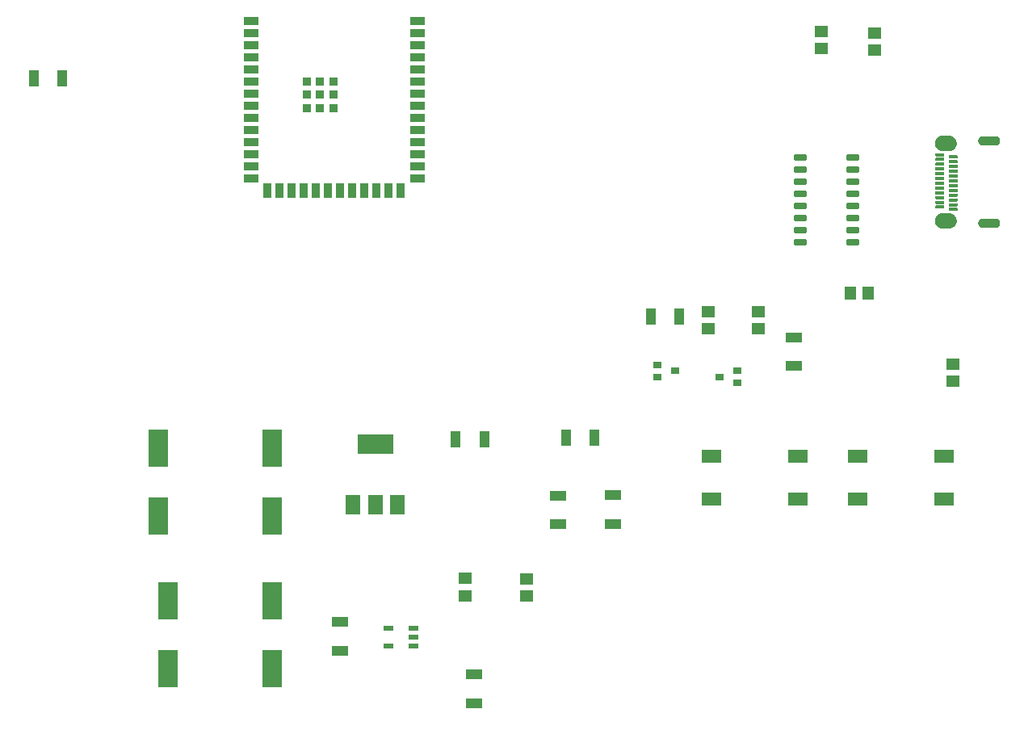
<source format=gbr>
G04*
G04 #@! TF.GenerationSoftware,Altium Limited,Altium Designer,23.1.1 (15)*
G04*
G04 Layer_Color=8421504*
%FSLAX44Y44*%
%MOMM*%
G71*
G04*
G04 #@! TF.SameCoordinates,1587853A-9B19-4160-AC70-F3A7ED46FF3E*
G04*
G04*
G04 #@! TF.FilePolarity,Positive*
G04*
G01*
G75*
%ADD17R,0.9500X0.3000*%
G04:AMPARAMS|DCode=18|XSize=1.31mm|YSize=0.62mm|CornerRadius=0.0775mm|HoleSize=0mm|Usage=FLASHONLY|Rotation=180.000|XOffset=0mm|YOffset=0mm|HoleType=Round|Shape=RoundedRectangle|*
%AMROUNDEDRECTD18*
21,1,1.3100,0.4650,0,0,180.0*
21,1,1.1550,0.6200,0,0,180.0*
1,1,0.1550,-0.5775,0.2325*
1,1,0.1550,0.5775,0.2325*
1,1,0.1550,0.5775,-0.2325*
1,1,0.1550,-0.5775,-0.2325*
%
%ADD18ROUNDEDRECTD18*%
G04:AMPARAMS|DCode=19|XSize=2.1mm|YSize=1.38mm|CornerRadius=0.1035mm|HoleSize=0mm|Usage=FLASHONLY|Rotation=180.000|XOffset=0mm|YOffset=0mm|HoleType=Round|Shape=RoundedRectangle|*
%AMROUNDEDRECTD19*
21,1,2.1000,1.1730,0,0,180.0*
21,1,1.8930,1.3800,0,0,180.0*
1,1,0.2070,-0.9465,0.5865*
1,1,0.2070,0.9465,0.5865*
1,1,0.2070,0.9465,-0.5865*
1,1,0.2070,-0.9465,-0.5865*
%
%ADD19ROUNDEDRECTD19*%
%ADD20R,1.4500X1.1500*%
%ADD21R,1.1500X1.4500*%
G04:AMPARAMS|DCode=22|XSize=1.09mm|YSize=1.77mm|CornerRadius=0.0763mm|HoleSize=0mm|Usage=FLASHONLY|Rotation=90.000|XOffset=0mm|YOffset=0mm|HoleType=Round|Shape=RoundedRectangle|*
%AMROUNDEDRECTD22*
21,1,1.0900,1.6174,0,0,90.0*
21,1,0.9374,1.7700,0,0,90.0*
1,1,0.1526,0.8087,0.4687*
1,1,0.1526,0.8087,-0.4687*
1,1,0.1526,-0.8087,-0.4687*
1,1,0.1526,-0.8087,0.4687*
%
%ADD22ROUNDEDRECTD22*%
G04:AMPARAMS|DCode=23|XSize=0.94mm|YSize=1.77mm|CornerRadius=0.0658mm|HoleSize=0mm|Usage=FLASHONLY|Rotation=90.000|XOffset=0mm|YOffset=0mm|HoleType=Round|Shape=RoundedRectangle|*
%AMROUNDEDRECTD23*
21,1,0.9400,1.6384,0,0,90.0*
21,1,0.8084,1.7700,0,0,90.0*
1,1,0.1316,0.8192,0.4042*
1,1,0.1316,0.8192,-0.4042*
1,1,0.1316,-0.8192,-0.4042*
1,1,0.1316,-0.8192,0.4042*
%
%ADD23ROUNDEDRECTD23*%
%ADD24R,0.9000X0.7000*%
G04:AMPARAMS|DCode=25|XSize=0.94mm|YSize=1.77mm|CornerRadius=0.0658mm|HoleSize=0mm|Usage=FLASHONLY|Rotation=180.000|XOffset=0mm|YOffset=0mm|HoleType=Round|Shape=RoundedRectangle|*
%AMROUNDEDRECTD25*
21,1,0.9400,1.6384,0,0,180.0*
21,1,0.8084,1.7700,0,0,180.0*
1,1,0.1316,-0.4042,0.8192*
1,1,0.1316,0.4042,0.8192*
1,1,0.1316,0.4042,-0.8192*
1,1,0.1316,-0.4042,-0.8192*
%
%ADD25ROUNDEDRECTD25*%
G04:AMPARAMS|DCode=26|XSize=1.09mm|YSize=1.77mm|CornerRadius=0.0763mm|HoleSize=0mm|Usage=FLASHONLY|Rotation=180.000|XOffset=0mm|YOffset=0mm|HoleType=Round|Shape=RoundedRectangle|*
%AMROUNDEDRECTD26*
21,1,1.0900,1.6174,0,0,180.0*
21,1,0.9374,1.7700,0,0,180.0*
1,1,0.1526,-0.4687,0.8087*
1,1,0.1526,0.4687,0.8087*
1,1,0.1526,0.4687,-0.8087*
1,1,0.1526,-0.4687,-0.8087*
%
%ADD26ROUNDEDRECTD26*%
%ADD27R,0.9000X0.9000*%
%ADD28R,1.5000X0.9000*%
%ADD29R,0.9000X1.5000*%
%ADD30R,2.0000X4.0000*%
%ADD31R,1.1000X0.6000*%
%ADD32R,3.8000X2.0000*%
%ADD33R,1.5000X2.0000*%
G36*
X1971918Y643534D02*
X1972167Y643515D01*
X1972414Y643484D01*
X1972660Y643441D01*
X1972903Y643385D01*
X1973143Y643317D01*
X1973379Y643238D01*
X1973611Y643147D01*
X1973839Y643045D01*
X1974060Y642931D01*
X1974276Y642806D01*
X1974486Y642671D01*
X1974688Y642525D01*
X1974883Y642370D01*
X1975070Y642205D01*
X1975248Y642031D01*
X1975418Y641848D01*
X1975578Y641657D01*
X1975729Y641459D01*
X1975869Y641253D01*
X1975999Y641040D01*
X1976118Y640821D01*
X1976227Y640596D01*
X1976323Y640367D01*
X1976409Y640132D01*
X1976482Y639894D01*
X1976544Y639652D01*
X1976593Y639408D01*
X1976630Y639161D01*
X1976655Y638913D01*
X1976667Y638665D01*
Y638415D01*
X1976655Y638166D01*
X1976630Y637918D01*
X1976593Y637672D01*
X1976544Y637427D01*
X1976482Y637186D01*
X1976409Y636947D01*
X1976323Y636713D01*
X1976227Y636483D01*
X1976118Y636259D01*
X1975999Y636040D01*
X1975869Y635827D01*
X1975729Y635621D01*
X1975578Y635422D01*
X1975418Y635231D01*
X1975248Y635048D01*
X1975070Y634874D01*
X1974883Y634709D01*
X1974688Y634554D01*
X1974486Y634408D01*
X1974276Y634273D01*
X1974060Y634149D01*
X1973839Y634035D01*
X1973611Y633932D01*
X1973379Y633841D01*
X1973143Y633762D01*
X1972903Y633694D01*
X1972660Y633639D01*
X1972414Y633596D01*
X1972167Y633565D01*
X1971918Y633546D01*
X1971669Y633540D01*
X1958669D01*
X1958420Y633546D01*
X1958171Y633565D01*
X1957924Y633596D01*
X1957678Y633639D01*
X1957435Y633694D01*
X1957195Y633762D01*
X1956959Y633841D01*
X1956727Y633932D01*
X1956500Y634035D01*
X1956278Y634149D01*
X1956062Y634273D01*
X1955853Y634408D01*
X1955650Y634554D01*
X1955455Y634709D01*
X1955268Y634874D01*
X1955090Y635048D01*
X1954920Y635231D01*
X1954760Y635422D01*
X1954609Y635621D01*
X1954469Y635827D01*
X1954339Y636040D01*
X1954220Y636259D01*
X1954112Y636483D01*
X1954015Y636713D01*
X1953929Y636947D01*
X1953856Y637186D01*
X1953795Y637427D01*
X1953745Y637672D01*
X1953708Y637918D01*
X1953683Y638166D01*
X1953671Y638415D01*
Y638665D01*
X1953683Y638913D01*
X1953708Y639161D01*
X1953745Y639408D01*
X1953795Y639652D01*
X1953856Y639894D01*
X1953929Y640132D01*
X1954015Y640367D01*
X1954112Y640596D01*
X1954220Y640821D01*
X1954339Y641040D01*
X1954469Y641253D01*
X1954609Y641459D01*
X1954760Y641657D01*
X1954920Y641848D01*
X1955090Y642031D01*
X1955268Y642205D01*
X1955455Y642370D01*
X1955650Y642525D01*
X1955853Y642671D01*
X1956062Y642806D01*
X1956278Y642931D01*
X1956500Y643045D01*
X1956727Y643147D01*
X1956959Y643238D01*
X1957195Y643317D01*
X1957435Y643385D01*
X1957678Y643441D01*
X1957924Y643484D01*
X1958171Y643515D01*
X1958420Y643534D01*
X1958669Y643540D01*
X1971669D01*
X1971918Y643534D01*
D02*
G37*
G36*
X1923567Y643932D02*
X1923965Y643902D01*
X1924361Y643852D01*
X1924754Y643783D01*
X1925143Y643694D01*
X1925527Y643586D01*
X1925905Y643459D01*
X1926276Y643313D01*
X1926640Y643149D01*
X1926994Y642967D01*
X1927340Y642768D01*
X1927675Y642551D01*
X1927999Y642318D01*
X1928311Y642070D01*
X1928610Y641806D01*
X1928896Y641527D01*
X1929167Y641235D01*
X1929423Y640929D01*
X1929664Y640612D01*
X1929889Y640282D01*
X1930097Y639942D01*
X1930287Y639591D01*
X1930461Y639232D01*
X1930616Y638864D01*
X1930752Y638489D01*
X1930869Y638108D01*
X1930968Y637722D01*
X1931047Y637331D01*
X1931107Y636936D01*
X1931146Y636539D01*
X1931166Y636141D01*
Y635742D01*
X1931146Y635344D01*
X1931107Y634947D01*
X1931047Y634552D01*
X1930968Y634161D01*
X1930869Y633775D01*
X1930752Y633394D01*
X1930616Y633019D01*
X1930461Y632651D01*
X1930287Y632292D01*
X1930097Y631942D01*
X1929889Y631601D01*
X1929664Y631272D01*
X1929423Y630954D01*
X1929167Y630648D01*
X1928896Y630356D01*
X1928610Y630077D01*
X1928311Y629813D01*
X1927999Y629565D01*
X1927675Y629332D01*
X1927340Y629115D01*
X1926994Y628916D01*
X1926640Y628734D01*
X1926276Y628570D01*
X1925905Y628424D01*
X1925527Y628297D01*
X1925143Y628189D01*
X1924754Y628100D01*
X1924361Y628031D01*
X1923965Y627981D01*
X1923567Y627952D01*
X1923168Y627942D01*
X1916169D01*
X1915770Y627952D01*
X1915372Y627981D01*
X1914976Y628031D01*
X1914583Y628100D01*
X1914194Y628189D01*
X1913810Y628297D01*
X1913432Y628424D01*
X1913061Y628570D01*
X1912697Y628734D01*
X1912343Y628916D01*
X1911997Y629115D01*
X1911662Y629332D01*
X1911338Y629565D01*
X1911026Y629813D01*
X1910727Y630077D01*
X1910442Y630356D01*
X1910170Y630648D01*
X1909914Y630954D01*
X1909673Y631272D01*
X1909449Y631601D01*
X1909240Y631942D01*
X1909050Y632292D01*
X1908876Y632651D01*
X1908721Y633019D01*
X1908585Y633394D01*
X1908468Y633775D01*
X1908369Y634161D01*
X1908290Y634552D01*
X1908230Y634947D01*
X1908191Y635344D01*
X1908171Y635742D01*
Y636141D01*
X1908191Y636539D01*
X1908230Y636936D01*
X1908290Y637331D01*
X1908369Y637722D01*
X1908468Y638108D01*
X1908585Y638489D01*
X1908721Y638864D01*
X1908876Y639232D01*
X1909050Y639591D01*
X1909240Y639942D01*
X1909449Y640282D01*
X1909673Y640612D01*
X1909914Y640929D01*
X1910170Y641235D01*
X1910442Y641527D01*
X1910727Y641806D01*
X1911026Y642070D01*
X1911338Y642318D01*
X1911662Y642551D01*
X1911997Y642768D01*
X1912343Y642967D01*
X1912697Y643149D01*
X1913061Y643313D01*
X1913432Y643459D01*
X1913810Y643586D01*
X1914194Y643694D01*
X1914583Y643783D01*
X1914976Y643852D01*
X1915372Y643902D01*
X1915770Y643932D01*
X1916169Y643942D01*
X1923168D01*
X1923567Y643932D01*
D02*
G37*
G36*
X1918161Y622590D02*
X1908661D01*
Y625590D01*
X1918161D01*
Y622590D01*
D02*
G37*
G36*
X1932158Y620091D02*
X1922659D01*
Y623091D01*
X1932158D01*
Y620091D01*
D02*
G37*
G36*
X1918161Y617589D02*
X1908661D01*
Y620589D01*
X1918161D01*
Y617589D01*
D02*
G37*
G36*
X1932158Y615090D02*
X1922659D01*
Y618090D01*
X1932158D01*
Y615090D01*
D02*
G37*
G36*
X1918161Y612590D02*
X1908661D01*
Y615590D01*
X1918161D01*
Y612590D01*
D02*
G37*
G36*
X1932158Y610091D02*
X1922659D01*
Y613091D01*
X1932158D01*
Y610091D01*
D02*
G37*
G36*
X1918161Y607589D02*
X1908661D01*
Y610589D01*
X1918161D01*
Y607589D01*
D02*
G37*
G36*
X1932158Y605090D02*
X1922659D01*
Y608090D01*
X1932158D01*
Y605090D01*
D02*
G37*
G36*
X1918161Y602590D02*
X1908661D01*
Y605590D01*
X1918161D01*
Y602590D01*
D02*
G37*
G36*
X1932158Y600091D02*
X1922659D01*
Y603091D01*
X1932158D01*
Y600091D01*
D02*
G37*
G36*
X1918161Y597589D02*
X1908661D01*
Y600589D01*
X1918161D01*
Y597589D01*
D02*
G37*
G36*
X1932158Y595090D02*
X1922659D01*
Y598090D01*
X1932158D01*
Y595090D01*
D02*
G37*
G36*
X1918161Y592590D02*
X1908661D01*
Y595590D01*
X1918161D01*
Y592590D01*
D02*
G37*
G36*
X1932158Y590089D02*
X1922659D01*
Y593088D01*
X1932158D01*
Y590089D01*
D02*
G37*
G36*
X1918161Y587589D02*
X1908661D01*
Y590589D01*
X1918161D01*
Y587589D01*
D02*
G37*
G36*
X1932158Y585090D02*
X1922659D01*
Y588090D01*
X1932158D01*
Y585090D01*
D02*
G37*
G36*
X1918161Y582590D02*
X1908661D01*
Y585590D01*
X1918161D01*
Y582590D01*
D02*
G37*
G36*
X1932158Y580091D02*
X1922659D01*
Y583091D01*
X1932158D01*
Y580091D01*
D02*
G37*
G36*
X1918161Y577592D02*
X1908661D01*
Y580592D01*
X1918161D01*
Y577592D01*
D02*
G37*
G36*
X1932158Y575090D02*
X1922659D01*
Y578090D01*
X1932158D01*
Y575090D01*
D02*
G37*
G36*
X1918161Y572590D02*
X1908661D01*
Y575590D01*
X1918161D01*
Y572590D01*
D02*
G37*
G36*
X1932158Y570091D02*
X1922659D01*
Y573091D01*
X1932158D01*
Y570091D01*
D02*
G37*
G36*
X1918161Y567591D02*
X1908661D01*
Y570592D01*
X1918161D01*
Y567591D01*
D02*
G37*
G36*
X1932158Y565090D02*
X1922659D01*
Y568090D01*
X1932158D01*
Y565090D01*
D02*
G37*
G36*
X1971918Y557134D02*
X1972167Y557115D01*
X1972414Y557084D01*
X1972660Y557041D01*
X1972903Y556985D01*
X1973143Y556918D01*
X1973379Y556839D01*
X1973611Y556747D01*
X1973839Y556645D01*
X1974060Y556531D01*
X1974276Y556407D01*
X1974486Y556271D01*
X1974688Y556126D01*
X1974883Y555970D01*
X1975070Y555805D01*
X1975248Y555631D01*
X1975418Y555448D01*
X1975578Y555257D01*
X1975729Y555059D01*
X1975869Y554853D01*
X1975999Y554640D01*
X1976118Y554421D01*
X1976227Y554197D01*
X1976323Y553967D01*
X1976409Y553732D01*
X1976482Y553494D01*
X1976544Y553253D01*
X1976593Y553008D01*
X1976630Y552762D01*
X1976655Y552514D01*
X1976667Y552265D01*
Y552015D01*
X1976655Y551767D01*
X1976630Y551518D01*
X1976593Y551272D01*
X1976544Y551028D01*
X1976482Y550786D01*
X1976409Y550548D01*
X1976323Y550313D01*
X1976227Y550084D01*
X1976118Y549859D01*
X1975999Y549640D01*
X1975869Y549427D01*
X1975729Y549221D01*
X1975578Y549023D01*
X1975418Y548832D01*
X1975248Y548649D01*
X1975070Y548475D01*
X1974883Y548310D01*
X1974688Y548154D01*
X1974486Y548009D01*
X1974276Y547874D01*
X1974060Y547749D01*
X1973839Y547635D01*
X1973611Y547533D01*
X1973379Y547442D01*
X1973143Y547362D01*
X1972903Y547295D01*
X1972660Y547239D01*
X1972414Y547196D01*
X1972167Y547165D01*
X1971918Y547146D01*
X1971669Y547140D01*
X1958669D01*
X1958420Y547146D01*
X1958171Y547165D01*
X1957924Y547196D01*
X1957678Y547239D01*
X1957435Y547295D01*
X1957195Y547362D01*
X1956959Y547442D01*
X1956727Y547533D01*
X1956500Y547635D01*
X1956278Y547749D01*
X1956062Y547874D01*
X1955853Y548009D01*
X1955650Y548154D01*
X1955455Y548310D01*
X1955268Y548475D01*
X1955090Y548649D01*
X1954920Y548832D01*
X1954760Y549023D01*
X1954609Y549221D01*
X1954469Y549427D01*
X1954339Y549640D01*
X1954220Y549859D01*
X1954112Y550084D01*
X1954015Y550313D01*
X1953929Y550548D01*
X1953856Y550786D01*
X1953795Y551028D01*
X1953745Y551272D01*
X1953708Y551518D01*
X1953683Y551767D01*
X1953671Y552015D01*
Y552265D01*
X1953683Y552514D01*
X1953708Y552762D01*
X1953745Y553008D01*
X1953795Y553253D01*
X1953856Y553494D01*
X1953929Y553732D01*
X1954015Y553967D01*
X1954112Y554197D01*
X1954220Y554421D01*
X1954339Y554640D01*
X1954469Y554853D01*
X1954609Y555059D01*
X1954760Y555257D01*
X1954920Y555448D01*
X1955090Y555631D01*
X1955268Y555805D01*
X1955455Y555970D01*
X1955650Y556126D01*
X1955853Y556271D01*
X1956062Y556407D01*
X1956278Y556531D01*
X1956500Y556645D01*
X1956727Y556747D01*
X1956959Y556839D01*
X1957195Y556918D01*
X1957435Y556985D01*
X1957678Y557041D01*
X1957924Y557084D01*
X1958171Y557115D01*
X1958420Y557134D01*
X1958669Y557140D01*
X1971669D01*
X1971918Y557134D01*
D02*
G37*
G36*
X1923567Y562730D02*
X1923965Y562700D01*
X1924361Y562651D01*
X1924754Y562582D01*
X1925143Y562493D01*
X1925527Y562385D01*
X1925905Y562258D01*
X1926276Y562112D01*
X1926640Y561948D01*
X1926994Y561766D01*
X1927340Y561567D01*
X1927675Y561350D01*
X1927999Y561117D01*
X1928311Y560869D01*
X1928610Y560605D01*
X1928896Y560326D01*
X1929167Y560034D01*
X1929423Y559728D01*
X1929664Y559410D01*
X1929889Y559081D01*
X1930097Y558740D01*
X1930287Y558390D01*
X1930461Y558031D01*
X1930616Y557663D01*
X1930752Y557288D01*
X1930869Y556907D01*
X1930968Y556521D01*
X1931047Y556129D01*
X1931107Y555735D01*
X1931146Y555338D01*
X1931166Y554940D01*
Y554541D01*
X1931146Y554142D01*
X1931107Y553746D01*
X1931047Y553351D01*
X1930968Y552960D01*
X1930869Y552574D01*
X1930752Y552192D01*
X1930616Y551818D01*
X1930461Y551450D01*
X1930287Y551091D01*
X1930097Y550740D01*
X1929889Y550400D01*
X1929664Y550070D01*
X1929423Y549753D01*
X1929167Y549447D01*
X1928896Y549154D01*
X1928610Y548876D01*
X1928311Y548612D01*
X1927999Y548363D01*
X1927675Y548130D01*
X1927340Y547914D01*
X1926994Y547715D01*
X1926640Y547533D01*
X1926276Y547369D01*
X1925905Y547223D01*
X1925527Y547096D01*
X1925143Y546988D01*
X1924754Y546899D01*
X1924361Y546830D01*
X1923965Y546780D01*
X1923567Y546750D01*
X1923168Y546740D01*
X1916169D01*
X1915770Y546750D01*
X1915372Y546780D01*
X1914976Y546830D01*
X1914583Y546899D01*
X1914194Y546988D01*
X1913810Y547096D01*
X1913432Y547223D01*
X1913061Y547369D01*
X1912697Y547533D01*
X1912343Y547715D01*
X1911997Y547914D01*
X1911662Y548130D01*
X1911338Y548363D01*
X1911026Y548612D01*
X1910727Y548876D01*
X1910442Y549154D01*
X1910170Y549447D01*
X1909914Y549753D01*
X1909673Y550070D01*
X1909449Y550400D01*
X1909240Y550740D01*
X1909050Y551091D01*
X1908876Y551450D01*
X1908721Y551818D01*
X1908585Y552192D01*
X1908468Y552574D01*
X1908369Y552960D01*
X1908290Y553351D01*
X1908230Y553746D01*
X1908191Y554142D01*
X1908171Y554541D01*
Y554940D01*
X1908191Y555338D01*
X1908230Y555735D01*
X1908290Y556129D01*
X1908369Y556521D01*
X1908468Y556907D01*
X1908585Y557288D01*
X1908721Y557663D01*
X1908876Y558031D01*
X1909050Y558390D01*
X1909240Y558740D01*
X1909449Y559081D01*
X1909673Y559410D01*
X1909914Y559728D01*
X1910170Y560034D01*
X1910442Y560326D01*
X1910727Y560605D01*
X1911026Y560869D01*
X1911338Y561117D01*
X1911662Y561350D01*
X1911997Y561567D01*
X1912343Y561766D01*
X1912697Y561948D01*
X1913061Y562112D01*
X1913432Y562258D01*
X1913810Y562385D01*
X1914194Y562493D01*
X1914583Y562582D01*
X1914976Y562651D01*
X1915372Y562700D01*
X1915770Y562730D01*
X1916169Y562740D01*
X1923168D01*
X1923567Y562730D01*
D02*
G37*
D17*
X1927409Y566590D02*
D03*
Y571590D02*
D03*
Y576589D02*
D03*
Y581590D02*
D03*
Y586590D02*
D03*
Y591589D02*
D03*
Y596589D02*
D03*
Y601590D02*
D03*
Y606590D02*
D03*
Y611590D02*
D03*
Y616590D02*
D03*
Y621590D02*
D03*
X1913409Y624089D02*
D03*
Y619090D02*
D03*
Y614089D02*
D03*
Y609090D02*
D03*
Y604089D02*
D03*
Y599089D02*
D03*
Y594089D02*
D03*
Y589090D02*
D03*
Y584090D02*
D03*
Y579091D02*
D03*
Y574090D02*
D03*
Y569091D02*
D03*
D18*
X1822010Y583402D02*
D03*
Y596102D02*
D03*
X1767010Y532602D02*
D03*
Y545302D02*
D03*
X1822010Y621502D02*
D03*
X1767010Y608802D02*
D03*
X1822010D02*
D03*
X1767010Y621502D02*
D03*
Y596102D02*
D03*
Y583402D02*
D03*
Y558002D02*
D03*
X1822010Y570702D02*
D03*
Y558002D02*
D03*
Y532602D02*
D03*
X1767010Y570702D02*
D03*
X1822010Y545302D02*
D03*
D19*
X1918250Y308150D02*
D03*
Y263350D02*
D03*
X1827250Y308150D02*
D03*
Y263350D02*
D03*
X1765000Y308150D02*
D03*
Y263350D02*
D03*
X1674000Y308150D02*
D03*
Y263350D02*
D03*
D20*
X1927250Y404750D02*
D03*
Y386750D02*
D03*
X1845000Y751750D02*
D03*
Y733750D02*
D03*
X1788750Y753251D02*
D03*
Y735250D02*
D03*
X1670500Y459750D02*
D03*
Y441749D02*
D03*
X1722750Y459750D02*
D03*
Y441750D02*
D03*
X1480000Y161000D02*
D03*
Y179000D02*
D03*
X1415750Y161749D02*
D03*
Y179750D02*
D03*
D21*
X1838000Y478750D02*
D03*
X1820000D02*
D03*
D22*
X1571000Y236850D02*
D03*
X1760250Y432400D02*
D03*
X1425500Y49099D02*
D03*
X1284500Y133900D02*
D03*
X1513500Y266650D02*
D03*
D23*
X1571000Y266900D02*
D03*
X1760250Y402350D02*
D03*
X1425500Y79150D02*
D03*
X1284500Y103850D02*
D03*
X1513500Y236600D02*
D03*
D24*
X1636250Y397249D02*
D03*
X1617250Y390750D02*
D03*
Y403749D02*
D03*
X1682500Y391000D02*
D03*
X1701500Y397500D02*
D03*
Y384500D02*
D03*
D25*
X1610100Y454751D02*
D03*
X1521600Y327750D02*
D03*
X1405850Y325250D02*
D03*
X963410Y703810D02*
D03*
D26*
X1640150Y454751D02*
D03*
X1551651Y327750D02*
D03*
X1435900Y325250D02*
D03*
X993460Y703810D02*
D03*
D27*
X1277600Y672750D02*
D03*
X1263600D02*
D03*
X1249600D02*
D03*
Y700750D02*
D03*
X1263600D02*
D03*
X1277600D02*
D03*
X1249600Y686750D02*
D03*
X1277600D02*
D03*
X1263600D02*
D03*
D28*
X1366100Y763950D02*
D03*
Y751250D02*
D03*
Y738550D02*
D03*
Y725850D02*
D03*
Y713150D02*
D03*
Y700450D02*
D03*
Y687750D02*
D03*
Y675050D02*
D03*
Y662350D02*
D03*
Y649650D02*
D03*
Y636950D02*
D03*
Y624250D02*
D03*
Y611550D02*
D03*
Y598850D02*
D03*
X1191100D02*
D03*
Y611550D02*
D03*
Y624250D02*
D03*
Y636950D02*
D03*
Y649650D02*
D03*
Y662350D02*
D03*
Y675050D02*
D03*
Y687750D02*
D03*
Y700450D02*
D03*
Y713150D02*
D03*
Y725850D02*
D03*
Y738550D02*
D03*
Y751250D02*
D03*
Y763950D02*
D03*
D29*
X1348450Y586350D02*
D03*
X1335750D02*
D03*
X1323050D02*
D03*
X1310350D02*
D03*
X1297650D02*
D03*
X1284950D02*
D03*
X1272250D02*
D03*
X1259550D02*
D03*
X1246850D02*
D03*
X1234150D02*
D03*
X1221450D02*
D03*
X1208750D02*
D03*
D30*
X1103790Y156040D02*
D03*
Y85040D02*
D03*
X1213790Y156040D02*
D03*
Y85040D02*
D03*
X1213790Y316040D02*
D03*
Y245040D02*
D03*
X1093790Y316040D02*
D03*
Y245040D02*
D03*
D31*
X1335250Y108500D02*
D03*
Y127500D02*
D03*
X1361250D02*
D03*
Y118000D02*
D03*
Y108500D02*
D03*
D32*
X1321500Y320250D02*
D03*
D33*
X1344501Y257250D02*
D03*
X1321500D02*
D03*
X1298500D02*
D03*
M02*

</source>
